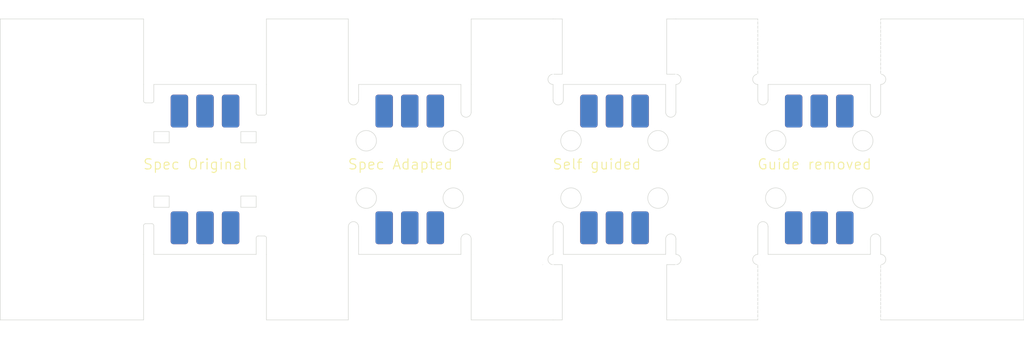
<source format=kicad_pcb>
(kicad_pcb (version 20241229) (generator "pcbnew") (generator_version "9.0")
  (layers (0 "F.Cu" signal) (2 "B.Cu" signal) (13 "F.Paste" user) (15 "B.Paste" user) (5 "F.SilkS" user "F.Silkscreen") (7 "B.SilkS" user "B.Silkscreen") (1 "F.Mask" user) (3 "B.Mask" user) (25 "Edge.Cuts" user))
  (net 0 "")
  (footprint "RAST2.5:RAST2.5_selflock_3P" (layer "F.Cu") (at 180 65 180)
    (property "Reference" "Guide removed" (hide yes))
    (property "Value" "RAST2.5_selflock_3P")
    (fp_line (start 6 2.7) (end 6 0) (stroke (width 0.05)) (layer "Edge.Cuts"))
    (fp_line (start 6 -1) (end 6 -6.4) (stroke (width 0.05)) (layer "Edge.Cuts"))
    (fp_line (start 5 0) (end 5 2.7) (stroke (width 0.05)) (layer "Edge.Cuts"))
    (fp_line (start -5 0) (end 5 0) (stroke (width 0.05)) (layer "Edge.Cuts"))
    (fp_line (start -5 0) (end -5 1.5) (stroke (width 0.05)) (layer "Edge.Cuts"))
    (fp_line (start -6 1.5) (end -6 0) (stroke (width 0.05)) (layer "Edge.Cuts"))
    (fp_line (start -6 -1) (end -6 -6.4) (stroke (width 0.05)) (layer "Edge.Cuts"))
    (fp_arc (start 6 2.7) (mid 5.5 3.2) (end 5 2.7) (stroke (width 0.05)) (layer "Edge.Cuts"))
    (fp_arc (start 6 -1) (mid 6.5 -0.499999) (end 6 0) (stroke (width 0.05)) (layer "Edge.Cuts"))
    (fp_arc (start -5 1.5) (mid -5.5 2) (end -6 1.5) (stroke (width 0.05)) (layer "Edge.Cuts"))
    (fp_arc (start -6 0) (mid -6.5 -0.499999) (end -6 -1) (stroke (width 0.05)) (layer "Edge.Cuts"))
    (fp_circle (center 4.25 5.5) (end 4.25 4.5) (stroke (width 0.05)) (fill no) (layer "Edge.Cuts"))
    (fp_circle (center -4.25 5.5) (end -4.25 4.5) (stroke (width 0.05)) (fill no) (layer "Edge.Cuts"))
    (pad "" np_thru_hole circle (at -6 -6.2 270) (size 0.1 0.1) (drill 0.3) (layers "*.Cu" "*.Mask"))
    (pad "" np_thru_hole circle (at -6 -5.8 270) (size 0.1 0.1) (drill 0.3) (layers "*.Cu" "*.Mask"))
    (pad "" np_thru_hole circle (at -6 -5.4 270) (size 0.1 0.1) (drill 0.3) (layers "*.Cu" "*.Mask"))
    (pad "" np_thru_hole circle (at -6 -5 270) (size 0.1 0.1) (drill 0.3) (layers "*.Cu" "*.Mask"))
    (pad "" np_thru_hole circle (at -6 -4.6 270) (size 0.1 0.1) (drill 0.3) (layers "*.Cu" "*.Mask"))
    (pad "" np_thru_hole circle (at -6 -4.2 270) (size 0.1 0.1) (drill 0.3) (layers "*.Cu" "*.Mask"))
    (pad "" np_thru_hole circle (at -6 -3.8 270) (size 0.1 0.1) (drill 0.3) (layers "*.Cu" "*.Mask"))
    (pad "" np_thru_hole circle (at -6 -3.4 270) (size 0.1 0.1) (drill 0.3) (layers "*.Cu" "*.Mask"))
    (pad "" np_thru_hole circle (at -6 -3 270) (size 0.1 0.1) (drill 0.3) (layers "*.Cu" "*.Mask"))
    (pad "" np_thru_hole circle (at -6 -2.6 270) (size 0.1 0.1) (drill 0.3) (layers "*.Cu" "*.Mask"))
    (pad "" np_thru_hole circle (at -6 -2.2 270) (size 0.1 0.1) (drill 0.3) (layers "*.Cu" "*.Mask"))
    (pad "" np_thru_hole circle (at -6 -1.8 270) (size 0.1 0.1) (drill 0.3) (layers "*.Cu" "*.Mask"))
    (pad "" np_thru_hole circle (at -6 -1.4 270) (size 0.1 0.1) (drill 0.3) (layers "*.Cu" "*.Mask"))
    (pad "" np_thru_hole circle (at -6 -1 270) (size 0.1 0.1) (drill 0.3) (layers "*.Cu" "*.Mask"))
    (pad "" np_thru_hole circle (at 6 -6.2 90) (size 0.1 0.1) (drill 0.3) (layers "*.Cu" "*.Mask"))
    (pad "" np_thru_hole circle (at 6 -5.8 90) (size 0.1 0.1) (drill 0.3) (layers "*.Cu" "*.Mask"))
    (pad "" np_thru_hole circle (at 6 -5.4 90) (size 0.1 0.1) (drill 0.3) (layers "*.Cu" "*.Mask"))
    (pad "" np_thru_hole circle (at 6 -5 90) (size 0.1 0.1) (drill 0.3) (layers "*.Cu" "*.Mask"))
    (pad "" np_thru_hole circle (at 6 -4.6 90) (size 0.1 0.1) (drill 0.3) (layers "*.Cu" "*.Mask"))
    (pad "" np_thru_hole circle (at 6 -4.2 90) (size 0.1 0.1) (drill 0.3) (layers "*.Cu" "*.Mask"))
    (pad "" np_thru_hole circle (at 6 -3.8 90) (size 0.1 0.1) (drill 0.3) (layers "*.Cu" "*.Mask"))
    (pad "" np_thru_hole circle (at 6 -3.4 90) (size 0.1 0.1) (drill 0.3) (layers "*.Cu" "*.Mask"))
    (pad "" np_thru_hole circle (at 6 -3 90) (size 0.1 0.1) (drill 0.3) (layers "*.Cu" "*.Mask"))
    (pad "" np_thru_hole circle (at 6 -2.6 90) (size 0.1 0.1) (drill 0.3) (layers "*.Cu" "*.Mask"))
    (pad "" np_thru_hole circle (at 6 -2.2 90) (size 0.1 0.1) (drill 0.3) (layers "*.Cu" "*.Mask"))
    (pad "" np_thru_hole circle (at 6 -1.8 90) (size 0.1 0.1) (drill 0.3) (layers "*.Cu" "*.Mask"))
    (pad "" np_thru_hole circle (at 6 -1.4 90) (size 0.1 0.1) (drill 0.3) (layers "*.Cu" "*.Mask"))
    (pad "" np_thru_hole circle (at 6 -1 90) (size 0.1 0.1) (drill 0.3) (layers "*.Cu" "*.Mask"))
    (pad "1" smd roundrect (at 2.5 2.600001 180) (size 1.7 3.2) (layers "F.Cu" "F.Mask" "F.Paste") (roundrect_rratio 0.15))
    (pad "1" smd roundrect (at 2.5 2.600001 180) (size 1.7 3.2) (layers "B.Cu" "B.Mask" "B.Paste") (roundrect_rratio 0.15))
    (pad "2" smd roundrect (at 0 2.600001 180) (size 1.7 3.2) (layers "F.Cu" "F.Mask" "F.Paste") (roundrect_rratio 0.15))
    (pad "2" smd roundrect (at 0 2.600001 180) (size 1.7 3.2) (layers "B.Cu" "B.Mask" "B.Paste") (roundrect_rratio 0.15))
    (pad "3" smd roundrect (at -2.5 2.600001 180) (size 1.7 3.2) (layers "F.Cu" "F.Mask" "F.Paste") (roundrect_rratio 0.15))
    (pad "3" smd roundrect (at -2.5 2.600001 180) (size 1.7 3.2) (layers "B.Cu" "B.Mask" "B.Paste") (roundrect_rratio 0.15))
  )
  (footprint "RAST2.5:RAST2.5_real_3P" (layer "F.Cu") (at 140 48.4)
    (property "Reference" "Spec Adapted" (at -6.1 7.8 0) (layer "F.SilkS") (effects (font (thickness 0.1)) (justify left)))
    (property "Value" "RAST2.5_real_3P_1")
    (fp_line (start -6 1.5) (end -6 0) (stroke (width 0.05)) (layer "Edge.Cuts"))
    (fp_line (start -5 0) (end -5 1.5) (stroke (width 0.05)) (layer "Edge.Cuts"))
    (fp_line (start -5 0) (end 5 0) (stroke (width 0.05)) (layer "Edge.Cuts"))
    (fp_line (start 5 0) (end 5 2.7) (stroke (width 0.05)) (layer "Edge.Cuts"))
    (fp_line (start 6 2.7) (end 6 0) (stroke (width 0.05)) (layer "Edge.Cuts"))
    (fp_arc (start -5 1.5) (mid -5.5 2) (end -6 1.5) (stroke (width 0.05)) (layer "Edge.Cuts"))
    (fp_arc (start 6 2.7) (mid 5.5 3.2) (end 5 2.7) (stroke (width 0.05)) (layer "Edge.Cuts"))
    (fp_circle (center -4.25 5.5) (end -4.25 4.5) (stroke (width 0.05)) (fill no) (layer "Edge.Cuts"))
    (fp_circle (center 4.25 5.5) (end 4.25 4.5) (stroke (width 0.05)) (fill no) (layer "Edge.Cuts"))
    (pad "1" smd roundrect (at 2.5 2.6) (size 1.7 3.2) (layers "F.Cu" "F.Mask" "F.Paste") (roundrect_rratio 0.15))
    (pad "1" smd roundrect (at 2.5 2.6) (size 1.7 3.2) (layers "B.Cu" "B.Mask" "B.Paste") (roundrect_rratio 0.15))
    (pad "2" smd roundrect (at 0 2.6) (size 1.7 3.2) (layers "F.Cu" "F.Mask" "F.Paste") (roundrect_rratio 0.15))
    (pad "2" smd roundrect (at 0 2.6) (size 1.7 3.2) (layers "B.Cu" "B.Mask" "B.Paste") (roundrect_rratio 0.15))
    (pad "3" smd roundrect (at -2.5 2.6) (size 1.7 3.2) (layers "F.Cu" "F.Mask" "F.Paste") (roundrect_rratio 0.15))
    (pad "3" smd roundrect (at -2.5 2.6) (size 1.7 3.2) (layers "B.Cu" "B.Mask" "B.Paste") (roundrect_rratio 0.15))
  )
  (footprint "RAST2.5:RAST2.5_selflock_3P" (layer "F.Cu") (at 160 48.4)
    (property "Reference" "Self guided" (at -6.1 7.8 0) (layer "F.SilkS") (effects (font (thickness 0.1)) (justify left)))
    (property "Value" "RAST2.5_selflock_3P")
    (fp_line (start -6 -1) (end -5.1 -1) (stroke (width 0.05)) (layer "Edge.Cuts"))
    (fp_line (start -6 1.5) (end -6 0) (stroke (width 0.05)) (layer "Edge.Cuts"))
    (fp_line (start -5.1 -6.4) (end -6 -6.4) (stroke (width 0.05)) (layer "Edge.Cuts"))
    (fp_line (start -5.1 -1) (end -5.1 -6.4) (stroke (width 0.05)) (layer "Edge.Cuts"))
    (fp_line (start -5 0) (end -5 1.5) (stroke (width 0.05)) (layer "Edge.Cuts"))
    (fp_line (start -5 0) (end 5 0) (stroke (width 0.05)) (layer "Edge.Cuts"))
    (fp_line (start 5 0) (end 5 2.7) (stroke (width 0.05)) (layer "Edge.Cuts"))
    (fp_line (start 5.1 -6.4) (end 6 -6.4) (stroke (width 0.05)) (layer "Edge.Cuts"))
    (fp_line (start 5.1 -1) (end 5.1 -6.4) (stroke (width 0.05)) (layer "Edge.Cuts"))
    (fp_line (start 6 -1) (end 5.1 -1) (stroke (width 0.05)) (layer "Edge.Cuts"))
    (fp_line (start 6 2.7) (end 6 0) (stroke (width 0.05)) (layer "Edge.Cuts"))
    (fp_arc (start -6 0) (mid -6.5 -0.5) (end -6 -1) (stroke (width 0.05)) (layer "Edge.Cuts"))
    (fp_arc (start -5 1.5) (mid -5.5 2) (end -6 1.5) (stroke (width 0.05)) (layer "Edge.Cuts"))
    (fp_arc (start 6 -1) (mid 6.5 -0.5) (end 6 0) (stroke (width 0.05)) (layer "Edge.Cuts"))
    (fp_arc (start 6 2.7) (mid 5.5 3.2) (end 5 2.7) (stroke (width 0.05)) (layer "Edge.Cuts"))
    (fp_circle (center -4.25 5.5) (end -4.25 4.5) (stroke (width 0.05)) (fill no) (layer "Edge.Cuts"))
    (fp_circle (center 4.25 5.5) (end 4.25 4.5) (stroke (width 0.05)) (fill no) (layer "Edge.Cuts"))
    (pad "" np_thru_hole circle (at -6 -6.2 90) (size 0.1 0.1) (drill 0.3) (layers "*.Cu" "*.Mask"))
    (pad "" np_thru_hole circle (at -6 -5.8 90) (size 0.1 0.1) (drill 0.3) (layers "*.Cu" "*.Mask"))
    (pad "" np_thru_hole circle (at -6 -5.4 90) (size 0.1 0.1) (drill 0.3) (layers "*.Cu" "*.Mask"))
    (pad "" np_thru_hole circle (at -6 -5 90) (size 0.1 0.1) (drill 0.3) (layers "*.Cu" "*.Mask"))
    (pad "" np_thru_hole circle (at -6 -4.6 90) (size 0.1 0.1) (drill 0.3) (layers "*.Cu" "*.Mask"))
    (pad "" np_thru_hole circle (at -6 -4.2 90) (size 0.1 0.1) (drill 0.3) (layers "*.Cu" "*.Mask"))
    (pad "" np_thru_hole circle (at -6 -3.8 90) (size 0.1 0.1) (drill 0.3) (layers "*.Cu" "*.Mask"))
    (pad "" np_thru_hole circle (at -6 -3.4 90) (size 0.1 0.1) (drill 0.3) (layers "*.Cu" "*.Mask"))
    (pad "" np_thru_hole circle (at -6 -3 90) (size 0.1 0.1) (drill 0.3) (layers "*.Cu" "*.Mask"))
    (pad "" np_thru_hole circle (at -6 -2.6 90) (size 0.1 0.1) (drill 0.3) (layers "*.Cu" "*.Mask"))
    (pad "" np_thru_hole circle (at -6 -2.2 90) (size 0.1 0.1) (drill 0.3) (layers "*.Cu" "*.Mask"))
    (pad "" np_thru_hole circle (at -6 -1.8 90) (size 0.1 0.1) (drill 0.3) (layers "*.Cu" "*.Mask"))
    (pad "" np_thru_hole circle (at -6 -1.4 90) (size 0.1 0.1) (drill 0.3) (layers "*.Cu" "*.Mask"))
    (pad "" np_thru_hole circle (at -6 -1 90) (size 0.1 0.1) (drill 0.3) (layers "*.Cu" "*.Mask"))
    (pad "" np_thru_hole circle (at 6 -6.2 270) (size 0.1 0.1) (drill 0.3) (layers "*.Cu" "*.Mask"))
    (pad "" np_thru_hole circle (at 6 -5.8 270) (size 0.1 0.1) (drill 0.3) (layers "*.Cu" "*.Mask"))
    (pad "" np_thru_hole circle (at 6 -5.4 270) (size 0.1 0.1) (drill 0.3) (layers "*.Cu" "*.Mask"))
    (pad "" np_thru_hole circle (at 6 -5 270) (size 0.1 0.1) (drill 0.3) (layers "*.Cu" "*.Mask"))
    (pad "" np_thru_hole circle (at 6 -4.6 270) (size 0.1 0.1) (drill 0.3) (layers "*.Cu" "*.Mask"))
    (pad "" np_thru_hole circle (at 6 -4.2 270) (size 0.1 0.1) (drill 0.3) (layers "*.Cu" "*.Mask"))
    (pad "" np_thru_hole circle (at 6 -3.8 270) (size 0.1 0.1) (drill 0.3) (layers "*.Cu" "*.Mask"))
    (pad "" np_thru_hole circle (at 6 -3.4 270) (size 0.1 0.1) (drill 0.3) (layers "*.Cu" "*.Mask"))
    (pad "" np_thru_hole circle (at 6 -3 270) (size 0.1 0.1) (drill 0.3) (layers "*.Cu" "*.Mask"))
    (pad "" np_thru_hole circle (at 6 -2.6 270) (size 0.1 0.1) (drill 0.3) (layers "*.Cu" "*.Mask"))
    (pad "" np_thru_hole circle (at 6 -2.2 270) (size 0.1 0.1) (drill 0.3) (layers "*.Cu" "*.Mask"))
    (pad "" np_thru_hole circle (at 6 -1.8 270) (size 0.1 0.1) (drill 0.3) (layers "*.Cu" "*.Mask"))
    (pad "" np_thru_hole circle (at 6 -1.4 270) (size 0.1 0.1) (drill 0.3) (layers "*.Cu" "*.Mask"))
    (pad "" np_thru_hole circle (at 6 -1 270) (size 0.1 0.1) (drill 0.3) (layers "*.Cu" "*.Mask"))
    (pad "1" smd roundrect (at 2.5 2.6) (size 1.7 3.2) (layers "F.Cu" "F.Mask" "F.Paste") (roundrect_rratio 0.15))
    (pad "1" smd roundrect (at 2.5 2.6) (size 1.7 3.2) (layers "B.Cu" "B.Mask" "B.Paste") (roundrect_rratio 0.15))
    (pad "2" smd roundrect (at 0 2.6) (size 1.7 3.2) (layers "F.Cu" "F.Mask" "F.Paste") (roundrect_rratio 0.15))
    (pad "2" smd roundrect (at 0 2.6) (size 1.7 3.2) (layers "B.Cu" "B.Mask" "B.Paste") (roundrect_rratio 0.15))
    (pad "3" smd roundrect (at -2.5 2.6) (size 1.7 3.2) (layers "F.Cu" "F.Mask" "F.Paste") (roundrect_rratio 0.15))
    (pad "3" smd roundrect (at -2.5 2.6) (size 1.7 3.2) (layers "B.Cu" "B.Mask" "B.Paste") (roundrect_rratio 0.15))
  )
  (footprint "RAST2.5:RAST2.5_real_3P" (layer "F.Cu") (at 140 65 180)
    (property "Reference" "REF**" (hide yes))
    (property "Value" "RAST2.5_real_3P_1")
    (fp_line (start 6 2.7) (end 6 0) (stroke (width 0.05)) (layer "Edge.Cuts"))
    (fp_line (start 5 0) (end 5 2.7) (stroke (width 0.05)) (layer "Edge.Cuts"))
    (fp_line (start -5 0) (end 5 0) (stroke (width 0.05)) (layer "Edge.Cuts"))
    (fp_line (start -5 0) (end -5 1.5) (stroke (width 0.05)) (layer "Edge.Cuts"))
    (fp_line (start -6 1.5) (end -6 0) (stroke (width 0.05)) (layer "Edge.Cuts"))
    (fp_arc (start 6 2.7) (mid 5.5 3.2) (end 5 2.7) (stroke (width 0.05)) (layer "Edge.Cuts"))
    (fp_arc (start -5 1.5) (mid -5.5 2) (end -6 1.5) (stroke (width 0.05)) (layer "Edge.Cuts"))
    (fp_circle (center 4.25 5.5) (end 4.25 4.5) (stroke (width 0.05)) (fill no) (layer "Edge.Cuts"))
    (fp_circle (center -4.25 5.5) (end -4.25 4.5) (stroke (width 0.05)) (fill no) (layer "Edge.Cuts"))
    (pad "1" smd roundrect (at 2.5 2.6 180) (size 1.7 3.2) (layers "F.Cu" "F.Mask" "F.Paste") (roundrect_rratio 0.15))
    (pad "1" smd roundrect (at 2.5 2.6 180) (size 1.7 3.2) (layers "B.Cu" "B.Mask" "B.Paste") (roundrect_rratio 0.15))
    (pad "2" smd roundrect (at 0 2.6 180) (size 1.7 3.2) (layers "F.Cu" "F.Mask" "F.Paste") (roundrect_rratio 0.15))
    (pad "2" smd roundrect (at 0 2.6 180) (size 1.7 3.2) (layers "B.Cu" "B.Mask" "B.Paste") (roundrect_rratio 0.15))
    (pad "3" smd roundrect (at -2.5 2.6 180) (size 1.7 3.2) (layers "F.Cu" "F.Mask" "F.Paste") (roundrect_rratio 0.15))
    (pad "3" smd roundrect (at -2.5 2.6 180) (size 1.7 3.2) (layers "B.Cu" "B.Mask" "B.Paste") (roundrect_rratio 0.15))
  )
  (footprint "RAST2.5:RAST2.5_spec_3P" (layer "F.Cu") (at 120 65 180)
    (property "Reference" "REF**" (hide yes))
    (property "Value" "RAST2.5_spec_3P")
    (fp_line (start 6 2.8) (end 6 0) (stroke (width 0.05)) (layer "Edge.Cuts"))
    (fp_line (start 5.2 3) (end 5.8 3) (stroke (width 0.05)) (layer "Edge.Cuts"))
    (fp_line (start 5 0) (end 5 2.8) (stroke (width 0.05)) (layer "Edge.Cuts"))
    (fp_line (start -5 0) (end 5 0) (stroke (width 0.05)) (layer "Edge.Cuts"))
    (fp_line (start -5 0) (end -5 1.6) (stroke (width 0.05)) (layer "Edge.Cuts"))
    (fp_line (start -5.2 1.8) (end -5.8 1.8) (stroke (width 0.05)) (layer "Edge.Cuts"))
    (fp_line (start -6 1.6) (end -6 0) (stroke (width 0.05)) (layer "Edge.Cuts"))
    (fp_rect (start 3.5 4.6) (end 5 5.7) (stroke (width 0.05)) (fill no) (layer "Edge.Cuts"))
    (fp_rect (start -5 4.6) (end -3.5 5.7) (stroke (width 0.05)) (fill no) (layer "Edge.Cuts"))
    (fp_arc (start 6 2.8) (mid 5.941421 2.941421) (end 5.8 3) (stroke (width 0.05)) (layer "Edge.Cuts"))
    (fp_arc (start 5.2 3) (mid 5.058579 2.941421) (end 5 2.8) (stroke (width 0.05)) (layer "Edge.Cuts"))
    (fp_arc (start -5 1.6) (mid -5.058579 1.741421) (end -5.2 1.8) (stroke (width 0.05)) (layer "Edge.Cuts"))
    (fp_arc (start -5.8 1.8) (mid -5.941421 1.741421) (end -6 1.6) (stroke (width 0.05)) (layer "Edge.Cuts"))
    (pad "1" smd roundrect (at 2.5 2.6 180) (size 1.7 3.2) (layers "F.Cu" "F.Mask" "F.Paste") (roundrect_rratio 0.15))
    (pad "1" smd roundrect (at 2.5 2.6 180) (size 1.7 3.2) (layers "B.Cu" "B.Mask" "B.Paste") (roundrect_rratio 0.15))
    (pad "2" smd roundrect (at 0 2.6 180) (size 1.7 3.2) (layers "F.Cu" "F.Mask" "F.Paste") (roundrect_rratio 0.15))
    (pad "2" smd roundrect (at 0 2.6 180) (size 1.7 3.2) (layers "B.Cu" "B.Mask" "B.Paste") (roundrect_rratio 0.15))
    (pad "3" smd roundrect (at -2.5 2.6 180) (size 1.7 3.2) (layers "F.Cu" "F.Mask" "F.Paste") (roundrect_rratio 0.15))
    (pad "3" smd roundrect (at -2.5 2.6 180) (size 1.7 3.2) (layers "B.Cu" "B.Mask" "B.Paste") (roundrect_rratio 0.15))
  )
  (footprint "RAST2.5:RAST2.5_spec_3P" (layer "F.Cu") (at 120 48.4)
    (property "Reference" "Spec Original" (at -6.1 7.8 0) (layer "F.SilkS") (effects (font (thickness 0.1)) (justify left)))
    (property "Value" "RAST2.5_spec_3P")
    (fp_line (start -6 1.6) (end -6 0) (stroke (width 0.05)) (layer "Edge.Cuts"))
    (fp_line (start -5.2 1.8) (end -5.8 1.8) (stroke (width 0.05)) (layer "Edge.Cuts"))
    (fp_line (start -5 0) (end -5 1.6) (stroke (width 0.05)) (layer "Edge.Cuts"))
    (fp_line (start -5 0) (end 5 0) (stroke (width 0.05)) (layer "Edge.Cuts"))
    (fp_line (start 5 0) (end 5 2.8) (stroke (width 0.05)) (layer "Edge.Cuts"))
    (fp_line (start 5.2 3) (end 5.8 3) (stroke (width 0.05)) (layer "Edge.Cuts"))
    (fp_line (start 6 2.8) (end 6 0) (stroke (width 0.05)) (layer "Edge.Cuts"))
    (fp_rect (start -5 4.6) (end -3.5 5.7) (stroke (width 0.05)) (fill no) (layer "Edge.Cuts"))
    (fp_rect (start 3.5 4.6) (end 5 5.7) (stroke (width 0.05)) (fill no) (layer "Edge.Cuts"))
    (fp_arc (start -5.8 1.8) (mid -5.941421 1.741421) (end -6 1.6) (stroke (width 0.05)) (layer "Edge.Cuts"))
    (fp_arc (start -5 1.6) (mid -5.058579 1.741421) (end -5.2 1.8) (stroke (width 0.05)) (layer "Edge.Cuts"))
    (fp_arc (start 5.2 3) (mid 5.058579 2.941421) (end 5 2.8) (stroke (width 0.05)) (layer "Edge.Cuts"))
    (fp_arc (start 6 2.8) (mid 5.941421 2.941421) (end 5.8 3) (stroke (width 0.05)) (layer "Edge.Cuts"))
    (pad "1" smd roundrect (at 2.5 2.6) (size 1.7 3.2) (layers "F.Cu" "F.Mask" "F.Paste") (roundrect_rratio 0.15))
    (pad "1" smd roundrect (at 2.5 2.6) (size 1.7 3.2) (layers "B.Cu" "B.Mask" "B.Paste") (roundrect_rratio 0.15))
    (pad "2" smd roundrect (at 0 2.6) (size 1.7 3.2) (layers "F.Cu" "F.Mask" "F.Paste") (roundrect_rratio 0.15))
    (pad "2" smd roundrect (at 0 2.6) (size 1.7 3.2) (layers "B.Cu" "B.Mask" "B.Paste") (roundrect_rratio 0.15))
    (pad "3" smd roundrect (at -2.5 2.6) (size 1.7 3.2) (layers "F.Cu" "F.Mask" "F.Paste") (roundrect_rratio 0.15))
    (pad "3" smd roundrect (at -2.5 2.6) (size 1.7 3.2) (layers "B.Cu" "B.Mask" "B.Paste") (roundrect_rratio 0.15))
  )
  (footprint "RAST2.5:RAST2.5_selflock_3P" (layer "F.Cu") (at 160 65 180)
    (property "Reference" "REF**" (hide yes))
    (property "Value" "RAST2.5_selflock_3P")
    (fp_line (start 6 2.7) (end 6 0) (stroke (width 0.05)) (layer "Edge.Cuts"))
    (fp_line (start 6 -1) (end 5.1 -1) (stroke (width 0.05)) (layer "Edge.Cuts"))
    (fp_line (start 5.1 -1) (end 5.1 -6.4) (stroke (width 0.05)) (layer "Edge.Cuts"))
    (fp_line (start 5.1 -6.4) (end 6 -6.4) (stroke (width 0.05)) (layer "Edge.Cuts"))
    (fp_line (start 5 0) (end 5 2.7) (stroke (width 0.05)) (layer "Edge.Cuts"))
    (fp_line (start -5 0) (end 5 0) (stroke (width 0.05)) (layer "Edge.Cuts"))
    (fp_line (start -5 0) (end -5 1.5) (stroke (width 0.05)) (layer "Edge.Cuts"))
    (fp_line (start -5.1 -1) (end -5.1 -6.4) (stroke (width 0.05)) (layer "Edge.Cuts"))
    (fp_line (start -5.1 -6.4) (end -6 -6.4) (stroke (width 0.05)) (layer "Edge.Cuts"))
    (fp_line (start -6 1.5) (end -6 0) (stroke (width 0.05)) (layer "Edge.Cuts"))
    (fp_line (start -6 -1) (end -5.1 -1) (stroke (width 0.05)) (layer "Edge.Cuts"))
    (fp_arc (start 6 2.7) (mid 5.5 3.2) (end 5 2.7) (stroke (width 0.05)) (layer "Edge.Cuts"))
    (fp_arc (start 6 -1) (mid 6.5 -0.5) (end 6 0) (stroke (width 0.05)) (layer "Edge.Cuts"))
    (fp_arc (start -5 1.5) (mid -5.5 2) (end -6 1.5) (stroke (width 0.05)) (layer "Edge.Cuts"))
    (fp_arc (start -6 0) (mid -6.5 -0.5) (end -6 -1) (stroke (width 0.05)) (layer "Edge.Cuts"))
    (fp_circle (center 4.25 5.5) (end 4.25 4.5) (stroke (width 0.05)) (fill no) (layer "Edge.Cuts"))
    (fp_circle (center -4.25 5.5) (end -4.25 4.5) (stroke (width 0.05)) (fill no) (layer "Edge.Cuts"))
    (pad "" np_thru_hole circle (at -6 -6.2 270) (size 0.1 0.1) (drill 0.3) (layers "*.Cu" "*.Mask"))
    (pad "" np_thru_hole circle (at -6 -5.8 270) (size 0.1 0.1) (drill 0.3) (layers "*.Cu" "*.Mask"))
    (pad "" np_thru_hole circle (at -6 -5.4 270) (size 0.1 0.1) (drill 0.3) (layers "*.Cu" "*.Mask"))
    (pad "" np_thru_hole circle (at -6 -5 270) (size 0.1 0.1) (drill 0.3) (layers "*.Cu" "*.Mask"))
    (pad "" np_thru_hole circle (at -6 -4.6 270) (size 0.1 0.1) (drill 0.3) (layers "*.Cu" "*.Mask"))
    (pad "" np_thru_hole circle (at -6 -4.2 270) (size 0.1 0.1) (drill 0.3) (layers "*.Cu" "*.Mask"))
    (pad "" np_thru_hole circle (at -6 -3.8 270) (size 0.1 0.1) (drill 0.3) (layers "*.Cu" "*.Mask"))
    (pad "" np_thru_hole circle (at -6 -3.4 270) (size 0.1 0.1) (drill 0.3) (layers "*.Cu" "*.Mask"))
    (pad "" np_thru_hole circle (at -6 -3 270) (size 0.1 0.1) (drill 0.3) (layers "*.Cu" "*.Mask"))
    (pad "" np_thru_hole circle (at -6 -2.6 270) (size 0.1 0.1) (drill 0.3) (layers "*.Cu" "*.Mask"))
    (pad "" np_thru_hole circle (at -6 -2.2 270) (size 0.1 0.1) (drill 0.3) (layers "*.Cu" "*.Mask"))
    (pad "" np_thru_hole circle (at -6 -1.8 270) (size 0.1 0.1) (drill 0.3) (layers "*.Cu" "*.Mask"))
    (pad "" np_thru_hole circle (at -6 -1.4 270) (size 0.1 0.1) (drill 0.3) (layers "*.Cu" "*.Mask"))
    (pad "" np_thru_hole circle (at -6 -1 270) (size 0.1 0.1) (drill 0.3) (layers "*.Cu" "*.Mask"))
    (pad "" np_thru_hole circle (at 6 -6.2 90) (size 0.1 0.1) (drill 0.3) (layers "*.Cu" "*.Mask"))
    (pad "" np_thru_hole circle (at 6 -5.8 90) (size 0.1 0.1) (drill 0.3) (layers "*.Cu" "*.Mask"))
    (pad "" np_thru_hole circle (at 6 -5.4 90) (size 0.1 0.1) (drill 0.3) (layers "*.Cu" "*.Mask"))
    (pad "" np_thru_hole circle (at 6 -5 90) (size 0.1 0.1) (drill 0.3) (layers "*.Cu" "*.Mask"))
    (pad "" np_thru_hole circle (at 6 -4.6 90) (size 0.1 0.1) (drill 0.3) (layers "*.Cu" "*.Mask"))
    (pad "" np_thru_hole circle (at 6 -4.2 90) (size 0.1 0.1) (drill 0.3) (layers "*.Cu" "*.Mask"))
    (pad "" np_thru_hole circle (at 6 -3.8 90) (size 0.1 0.1) (drill 0.3) (layers "*.Cu" "*.Mask"))
    (pad "" np_thru_hole circle (at 6 -3.4 90) (size 0.1 0.1) (drill 0.3) (layers "*.Cu" "*.Mask"))
    (pad "" np_thru_hole circle (at 6 -3 90) (size 0.1 0.1) (drill 0.3) (layers "*.Cu" "*.Mask"))
    (pad "" np_thru_hole circle (at 6 -2.6 90) (size 0.1 0.1) (drill 0.3) (layers "*.Cu" "*.Mask"))
    (pad "" np_thru_hole circle (at 6 -2.2 90) (size 0.1 0.1) (drill 0.3) (layers "*.Cu" "*.Mask"))
    (pad "" np_thru_hole circle (at 6 -1.8 90) (size 0.1 0.1) (drill 0.3) (layers "*.Cu" "*.Mask"))
    (pad "" np_thru_hole circle (at 6 -1.4 90) (size 0.1 0.1) (drill 0.3) (layers "*.Cu" "*.Mask"))
    (pad "" np_thru_hole circle (at 6 -1 90) (size 0.1 0.1) (drill 0.3) (layers "*.Cu" "*.Mask"))
    (pad "1" smd roundrect (at 2.5 2.6 180) (size 1.7 3.2) (layers "F.Cu" "F.Mask" "F.Paste") (roundrect_rratio 0.15))
    (pad "1" smd roundrect (at 2.5 2.6 180) (size 1.7 3.2) (layers "B.Cu" "B.Mask" "B.Paste") (roundrect_rratio 0.15))
    (pad "2" smd roundrect (at 0 2.6 180) (size 1.7 3.2) (layers "F.Cu" "F.Mask" "F.Paste") (roundrect_rratio 0.15))
    (pad "2" smd roundrect (at 0 2.6 180) (size 1.7 3.2) (layers "B.Cu" "B.Mask" "B.Paste") (roundrect_rratio 0.15))
    (pad "3" smd roundrect (at -2.5 2.6 180) (size 1.7 3.2) (layers "F.Cu" "F.Mask" "F.Paste") (roundrect_rratio 0.15))
    (pad "3" smd roundrect (at -2.5 2.6 180) (size 1.7 3.2) (layers "B.Cu" "B.Mask" "B.Paste") (roundrect_rratio 0.15))
  )
  (footprint "RAST2.5:RAST2.5_selflock_3P" (layer "F.Cu") (at 180 48.4)
    (property "Reference" "Guide removed" (at -6.1 7.8 0) (layer "F.SilkS") (effects (font (thickness 0.1)) (justify left)))
    (property "Value" "RAST2.5_selflock_3P")
    (fp_line (start -6 -1) (end -6 -6.4) (stroke (width 0.05)) (layer "Edge.Cuts"))
    (fp_line (start -6 1.5) (end -6 0) (stroke (width 0.05)) (layer "Edge.Cuts"))
    (fp_line (start -5 0) (end -5 1.5) (stroke (width 0.05)) (layer "Edge.Cuts"))
    (fp_line (start -5 0) (end 5 0) (stroke (width 0.05)) (layer "Edge.Cuts"))
    (fp_line (start 5 0) (end 5 2.7) (stroke (width 0.05)) (layer "Edge.Cuts"))
    (fp_line (start 6 -1) (end 6 -6.4) (stroke (width 0.05)) (layer "Edge.Cuts"))
    (fp_line (start 6 2.7) (end 6 0) (stroke (width 0.05)) (layer "Edge.Cuts"))
    (fp_arc (start -6 0) (mid -6.5 -0.5) (end -6 -1) (stroke (width 0.05)) (layer "Edge.Cuts"))
    (fp_arc (start -5 1.5) (mid -5.5 2) (end -6 1.5) (stroke (width 0.05)) (layer "Edge.Cuts"))
    (fp_arc (start 6 -1) (mid 6.5 -0.5) (end 6 0) (stroke (width 0.05)) (layer "Edge.Cuts"))
    (fp_arc (start 6 2.7) (mid 5.5 3.2) (end 5 2.7) (stroke (width 0.05)) (layer "Edge.Cuts"))
    (fp_circle (center -4.25 5.5) (end -4.25 4.5) (stroke (width 0.05)) (fill no) (layer "Edge.Cuts"))
    (fp_circle (center 4.25 5.5) (end 4.25 4.5) (stroke (width 0.05)) (fill no) (layer "Edge.Cuts"))
    (pad "" np_thru_hole circle (at -6 -6.2 90) (size 0.1 0.1) (drill 0.3) (layers "*.Cu" "*.Mask"))
    (pad "" np_thru_hole circle (at -6 -5.8 90) (size 0.1 0.1) (drill 0.3) (layers "*.Cu" "*.Mask"))
    (pad "" np_thru_hole circle (at -6 -5.4 90) (size 0.1 0.1) (drill 0.3) (layers "*.Cu" "*.Mask"))
    (pad "" np_thru_hole circle (at -6 -5 90) (size 0.1 0.1) (drill 0.3) (layers "*.Cu" "*.Mask"))
    (pad "" np_thru_hole circle (at -6 -4.6 90) (size 0.1 0.1) (drill 0.3) (layers "*.Cu" "*.Mask"))
    (pad "" np_thru_hole circle (at -6 -4.2 90) (size 0.1 0.1) (drill 0.3) (layers "*.Cu" "*.Mask"))
    (pad "" np_thru_hole circle (at -6 -3.8 90) (size 0.1 0.1) (drill 0.3) (layers "*.Cu" "*.Mask"))
    (pad "" np_thru_hole circle (at -6 -3.4 90) (size 0.1 0.1) (drill 0.3) (layers "*.Cu" "*.Mask"))
    (pad "" np_thru_hole circle (at -6 -3 90) (size 0.1 0.1) (drill 0.3) (layers "*.Cu" "*.Mask"))
    (pad "" np_thru_hole circle (at -6 -2.6 90) (size 0.1 0.1) (drill 0.3) (layers "*.Cu" "*.Mask"))
    (pad "" np_thru_hole circle (at -6 -2.2 90) (size 0.1 0.1) (drill 0.3) (layers "*.Cu" "*.Mask"))
    (pad "" np_thru_hole circle (at -6 -1.8 90) (size 0.1 0.1) (drill 0.3) (layers "*.Cu" "*.Mask"))
    (pad "" np_thru_hole circle (at -6 -1.4 90) (size 0.1 0.1) (drill 0.3) (layers "*.Cu" "*.Mask"))
    (pad "" np_thru_hole circle (at -6 -1 90) (size 0.1 0.1) (drill 0.3) (layers "*.Cu" "*.Mask"))
    (pad "" np_thru_hole circle (at 6 -6.2 270) (size 0.1 0.1) (drill 0.3) (layers "*.Cu" "*.Mask"))
    (pad "" np_thru_hole circle (at 6 -5.8 270) (size 0.1 0.1) (drill 0.3) (layers "*.Cu" "*.Mask"))
    (pad "" np_thru_hole circle (at 6 -5.4 270) (size 0.1 0.1) (drill 0.3) (layers "*.Cu" "*.Mask"))
    (pad "" np_thru_hole circle (at 6 -5 270) (size 0.1 0.1) (drill 0.3) (layers "*.Cu" "*.Mask"))
    (pad "" np_thru_hole circle (at 6 -4.6 270) (size 0.1 0.1) (drill 0.3) (layers "*.Cu" "*.Mask"))
    (pad "" np_thru_hole circle (at 6 -4.2 270) (size 0.1 0.1) (drill 0.3) (layers "*.Cu" "*.Mask"))
    (pad "" np_thru_hole circle (at 6 -3.8 270) (size 0.1 0.1) (drill 0.3) (layers "*.Cu" "*.Mask"))
    (pad "" np_thru_hole circle (at 6 -3.4 270) (size 0.1 0.1) (drill 0.3) (layers "*.Cu" "*.Mask"))
    (pad "" np_thru_hole circle (at 6 -3 270) (size 0.1 0.1) (drill 0.3) (layers "*.Cu" "*.Mask"))
    (pad "" np_thru_hole circle (at 6 -2.6 270) (size 0.1 0.1) (drill 0.3) (layers "*.Cu" "*.Mask"))
    (pad "" np_thru_hole circle (at 6 -2.2 270) (size 0.1 0.1) (drill 0.3) (layers "*.Cu" "*.Mask"))
    (pad "" np_thru_hole circle (at 6 -1.8 270) (size 0.1 0.1) (drill 0.3) (layers "*.Cu" "*.Mask"))
    (pad "" np_thru_hole circle (at 6 -1.4 270) (size 0.1 0.1) (drill 0.3) (layers "*.Cu" "*.Mask"))
    (pad "" np_thru_hole circle (at 6 -1 270) (size 0.1 0.1) (drill 0.3) (layers "*.Cu" "*.Mask"))
    (pad "1" smd roundrect (at 2.5 2.6) (size 1.7 3.2) (layers "F.Cu" "F.Mask" "F.Paste") (roundrect_rratio 0.15))
    (pad "1" smd roundrect (at 2.5 2.6) (size 1.7 3.2) (layers "B.Cu" "B.Mask" "B.Paste") (roundrect_rratio 0.15))
    (pad "2" smd roundrect (at 0 2.6) (size 1.7 3.2) (layers "F.Cu" "F.Mask" "F.Paste") (roundrect_rratio 0.15))
    (pad "2" smd roundrect (at 0 2.6) (size 1.7 3.2) (layers "B.Cu" "B.Mask" "B.Paste") (roundrect_rratio 0.15))
    (pad "3" smd roundrect (at -2.5 2.6) (size 1.7 3.2) (layers "F.Cu" "F.Mask" "F.Paste") (roundrect_rratio 0.15))
    (pad "3" smd roundrect (at -2.5 2.6) (size 1.7 3.2) (layers "B.Cu" "B.Mask" "B.Paste") (roundrect_rratio 0.15))
  )
  (gr_line (start 146 48.4) (end 146 42) (stroke (width 0.05)) (layer "Edge.Cuts"))
  (gr_line (start 126 48.4) (end 126 42) (stroke (width 0.05)) (layer "Edge.Cuts"))
  (gr_line (start 114 71.4) (end 100 71.4) (stroke (width 0.05)) (layer "Edge.Cuts"))
  (gr_line (start 134 65) (end 134 71.4) (stroke (width 0.05)) (layer "Edge.Cuts"))
  (gr_line (start 200 42) (end 200 71.4) (stroke (width 0.05)) (layer "Edge.Cuts"))
  (gr_line (start 100 71.4) (end 100 42) (stroke (width 0.05)) (layer "Edge.Cuts"))
  (gr_line (start 174 42) (end 166 42) (stroke (width 0.05)) (layer "Edge.Cuts"))
  (gr_line (start 186 42) (end 200 42) (stroke (width 0.05)) (layer "Edge.Cuts"))
  (gr_line (start 146 42) (end 154 42) (stroke (width 0.05)) (layer "Edge.Cuts"))
  (gr_line (start 154 71.4) (end 146 71.4) (stroke (width 0.05)) (layer "Edge.Cuts"))
  (gr_line (start 146 65) (end 146 71.4) (stroke (width 0.05)) (layer "Edge.Cuts"))
  (gr_line (start 126 42) (end 134 42) (stroke (width 0.05)) (layer "Edge.Cuts"))
  (gr_line (start 134 48.4) (end 134 42) (stroke (width 0.05)) (layer "Edge.Cuts"))
  (gr_line (start 153 66) (end 153 66) (stroke (width 0.05)) (layer "Edge.Cuts"))
  (gr_line (start 126 65) (end 126 71.4) (stroke (width 0.05)) (layer "Edge.Cuts"))
  (gr_line (start 114 48.4) (end 114 42) (stroke (width 0.05)) (layer "Edge.Cuts"))
  (gr_line (start 126 71.4) (end 134 71.4) (stroke (width 0.05)) (layer "Edge.Cuts"))
  (gr_line (start 114 42) (end 100 42) (stroke (width 0.05)) (layer "Edge.Cuts"))
  (gr_line (start 166 71.4) (end 174 71.4) (stroke (width 0.05)) (layer "Edge.Cuts"))
  (gr_line (start 114 65) (end 114 71.4) (stroke (width 0.05)) (layer "Edge.Cuts"))
  (gr_line (start 186 71.4) (end 200 71.4) (stroke (width 0.05)) (layer "Edge.Cuts"))
)
</source>
